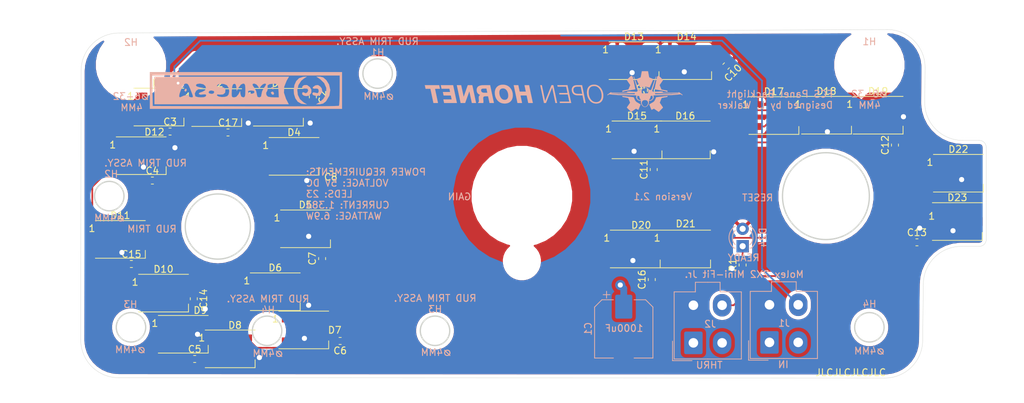
<source format=kicad_pcb>
(kicad_pcb (version 20171130) (host pcbnew "(5.1.12-1-10_14)")
  (layers (0 F.Cu signal) (31 B.Cu signal) (34 B.Paste user) (35 F.Paste user) (36 B.SilkS user) (37 F.SilkS user) (38 B.Mask user) (39 F.Mask user) (44 Edge.Cuts user))
  (net 0 "")
  (net 1 "Net-(D1-Pad2)")
  (net 2 "Net-(D2-Pad2)")
  (net 3 "Net-(D3-Pad2)")
  (net 4 "Net-(D4-Pad2)")
  (net 5 "Net-(D5-Pad2)")
  (net 6 "Net-(D6-Pad2)")
  (net 7 "Net-(D7-Pad2)")
  (net 8 "Net-(D8-Pad2)")
  (net 9 "Net-(D10-Pad4)")
  (net 10 "Net-(D10-Pad2)")
  (net 11 "Net-(D11-Pad2)")
  (net 12 "Net-(D12-Pad2)")
  (net 13 "Net-(D13-Pad2)")
  (net 14 "Net-(D14-Pad2)")
  (net 15 "Net-(D15-Pad2)")
  (net 16 "Net-(D16-Pad2)")
  (net 17 "Net-(D17-Pad2)")
  (net 18 "Net-(D18-Pad2)")
  (net 19 "Net-(D19-Pad2)")
  (net 20 "Net-(D20-Pad2)")
  (net 21 "Net-(D21-Pad2)")
  (net 22 "Net-(D22-Pad2)")
  (net 23 "Net-(D24-Pad1)")
  (net 24 /LEDGND)
  (net 25 /LED+5V)
  (net 26 /DATAIN)
  (net 27 /DATAOUT)
  (module OH_Backlighting:Molex_Mini-Fit_Jr_5566-04A_2x02_P4.20mm_Vertical (layer B.Cu) (at 172.424 92.2884)
    (fp_text reference J2 (at 2.455 -2.7534) (layer B.SilkS) (effects (justify mirror)))
    (fp_text value Conn_01x04_Female)
    (pad 4 thru_hole oval (at 4.2 -5.5) (size 2.7 3.3) (drill 1.4) (layers *.Cu *.Mask) (net 27 /DATAOUT))
    (pad 3 thru_hole oval (at 0 -5.5) (size 2.7 3.3) (drill 1.4) (layers *.Cu *.Mask) (net 24 /LEDGND))
    (pad 2 thru_hole oval (at 4.2 0) (size 2.7 3.3) (drill 1.4) (layers *.Cu *.Mask) (net 25 /LED+5V))
    (pad 1 thru_hole roundrect (at 0 0) (size 2.7 3.3) (drill 1.4) (layers *.Cu *.Mask) (roundrect_rratio 0.09259296296296296) (net 25 /LED+5V))
  )
  (module OH_Backlighting:Molex_Mini-Fit_Jr_5566-04A_2x02_P4.20mm_Vertical (layer B.Cu) (at 183.547 92.2172)
    (fp_text reference J1 (at 2.127 -2.8092) (layer B.SilkS) (effects (justify mirror)))
    (fp_text value Conn_01x04_Female)
    (pad 4 thru_hole oval (at 4.2 -5.5) (size 2.7 3.3) (drill 1.4) (layers *.Cu *.Mask) (net 26 /DATAIN))
    (pad 3 thru_hole oval (at 0 -5.5) (size 2.7 3.3) (drill 1.4) (layers *.Cu *.Mask) (net 24 /LEDGND))
    (pad 2 thru_hole oval (at 4.2 0) (size 2.7 3.3) (drill 1.4) (layers *.Cu *.Mask) (net 25 /LED+5V))
    (pad 1 thru_hole roundrect (at 0 0) (size 2.7 3.3) (drill 1.4) (layers *.Cu *.Mask) (roundrect_rratio 0.09259296296296296) (net 25 /LED+5V))
  )
  (module OH_Backlighting:OH_Panel_6-32_PHS (layer F.Cu) (at 198.150894 51.660146)
    (fp_text reference 2 hide)
    (fp_text value OH_Panel_Fastner_Keepout hide)
    (fp_text user 4MM (at 0.049106 5.889854 180) (layer B.SilkS) (effects (justify mirror)))
    (fp_text user H1 (at -0.000894 -3.410146) (layer B.SilkS) (effects (justify mirror)))
    (fp_text user ⌀6-32 (at -0.000894 4.239854) (layer B.SilkS) (effects (justify mirror)))
    (pad "" np_thru_hole circle (at 0 0) (size 4.3 4.3) (drill 4.3) (layers *.Cu *.Mask) (clearance 3))
  )
  (module OH_Backlighting:OH_Panel_6-32_PHS (layer F.Cu) (at 90.200894 51.660146)
    (fp_text reference 1 hide)
    (fp_text value OH_Panel_Fastner_Keepout hide)
    (fp_text user 4MM (at 0.099106 6.239854 180) (layer B.SilkS) (effects (justify mirror)))
    (fp_text user H2 (at -0.000894 -3.310146) (layer B.SilkS) (effects (justify mirror)))
    (fp_text user ⌀6-32 (at 0 4.589854) (layer B.SilkS) (effects (justify mirror)))
    (pad "" np_thru_hole circle (at 0 0) (size 4.3 4.3) (drill 4.3) (layers *.Cu *.Mask) (clearance 3))
  )
  (module OH_General:CC-BY-NC-SA-Small (layer B.Cu) (at 107.09148 55.38724 180)
    (fp_text reference G*** hide)
    (fp_text value LOGO hide)
  )
  (module OH_General:OH_LOGO_37.7mm_5.9mm (layer B.Cu) (at 152.0063 55.54472 180)
    (fp_text reference G*** hide)
    (fp_text value LOGO hide)
  )
  (module OH_Backlighting:100SPX_Toggle_13mm_x_18mm (layer F.Cu) (at 147.350894 70.837146)
    (fp_text reference 1 hide)
    (fp_text value 100SPX_Toggle_13mm_x_18mm hide)
    (pad "" np_thru_hole circle (at 0 0) (size 12.7 12.7) (drill 12.7) (layers *.Mask B.Cu) (clearance 3.65))
    (pad "" np_thru_hole circle (at 0 0) (size 12.7 12.7) (drill 12.7) (layers *.Mask F.Cu) (clearance 1))
    (pad "" np_thru_hole circle (at 0 9.525) (size 3.572 3.572) (drill 3.572) (layers *.Cu *.Mask) (clearance 1))
  )
  (module Resistor_SMD:R_0603_1608Metric (layer F.Cu) (at 179.621 80.9067 90)
    (fp_text reference R1 (at 0 -1.43 90) (layer F.SilkS))
    (fp_text value R)
    (pad 2 smd roundrect (at 0.7875 0 90) (size 0.875 0.95) (layers F.Cu F.Paste F.Mask) (net 23 "Net-(D24-Pad1)"))
    (pad 1 smd roundrect (at -0.7875 0 90) (size 0.875 0.95) (layers F.Cu F.Paste F.Mask) (net 24 /LEDGND))
  )
  (module Capacitor_SMD:C_0603_1608Metric (layer F.Cu) (at 104.386 61.529)
    (fp_text reference C17 (at 0 -1.43) (layer F.SilkS))
    (fp_text value C)
    (pad 2 smd roundrect (at 0.7875 0) (size 0.875 0.95) (layers F.Cu F.Paste F.Mask) (net 24 /LEDGND))
    (pad 1 smd roundrect (at -0.7875 0) (size 0.875 0.95) (layers F.Cu F.Paste F.Mask) (net 25 /LED+5V))
  )
  (module Capacitor_SMD:C_0603_1608Metric (layer F.Cu) (at 166.34 83.0352 90)
    (fp_text reference C16 (at 0 -1.43 90) (layer F.SilkS))
    (fp_text value C)
    (pad 2 smd roundrect (at 0.7875 0 90) (size 0.875 0.95) (layers F.Cu F.Paste F.Mask) (net 24 /LEDGND))
    (pad 1 smd roundrect (at -0.7875 0 90) (size 0.875 0.95) (layers F.Cu F.Paste F.Mask) (net 25 /LED+5V))
  )
  (module Capacitor_SMD:C_0603_1608Metric (layer F.Cu) (at 90.2588 80.7593)
    (fp_text reference C15 (at 0 -1.43) (layer F.SilkS))
    (fp_text value C)
    (pad 2 smd roundrect (at 0.7875 0) (size 0.875 0.95) (layers F.Cu F.Paste F.Mask) (net 24 /LEDGND))
    (pad 1 smd roundrect (at -0.7875 0) (size 0.875 0.95) (layers F.Cu F.Paste F.Mask) (net 25 /LED+5V))
  )
  (module Capacitor_SMD:C_0603_1608Metric (layer F.Cu) (at 99.3826 85.8445 270)
    (fp_text reference C14 (at 0 -1.43 90) (layer F.SilkS))
    (fp_text value C)
    (pad 2 smd roundrect (at 0.7875 0 270) (size 0.875 0.95) (layers F.Cu F.Paste F.Mask) (net 24 /LEDGND))
    (pad 1 smd roundrect (at -0.7875 0 270) (size 0.875 0.95) (layers F.Cu F.Paste F.Mask) (net 25 /LED+5V))
  )
  (module Capacitor_SMD:C_0603_1608Metric (layer F.Cu) (at 205.105 77.5868)
    (fp_text reference C13 (at 0 -1.43) (layer F.SilkS))
    (fp_text value C)
    (pad 2 smd roundrect (at 0.7875 0) (size 0.875 0.95) (layers F.Cu F.Paste F.Mask) (net 24 /LEDGND))
    (pad 1 smd roundrect (at -0.7875 0) (size 0.875 0.95) (layers F.Cu F.Paste F.Mask) (net 25 /LED+5V))
  )
  (module Capacitor_SMD:C_0603_1608Metric (layer F.Cu) (at 201.892 63.3731 90)
    (fp_text reference C12 (at 0 -1.43 90) (layer F.SilkS))
    (fp_text value C)
    (pad 2 smd roundrect (at 0.7875 0 90) (size 0.875 0.95) (layers F.Cu F.Paste F.Mask) (net 24 /LEDGND))
    (pad 1 smd roundrect (at -0.7875 0 90) (size 0.875 0.95) (layers F.Cu F.Paste F.Mask) (net 25 /LED+5V))
  )
  (module Capacitor_SMD:C_0603_1608Metric (layer F.Cu) (at 166.627 66.9518 90)
    (fp_text reference C11 (at 0 -1.43 90) (layer F.SilkS))
    (fp_text value C)
    (pad 2 smd roundrect (at 0.7875 0 90) (size 0.875 0.95) (layers F.Cu F.Paste F.Mask) (net 24 /LEDGND))
    (pad 1 smd roundrect (at -0.7875 0 90) (size 0.875 0.95) (layers F.Cu F.Paste F.Mask) (net 25 /LED+5V))
  )
  (module Capacitor_SMD:C_0603_1608Metric (layer F.Cu) (at 177.211 51.823 225)
    (fp_text reference C10 (at 0 -1.43 45) (layer F.SilkS))
    (fp_text value C)
    (pad 2 smd roundrect (at 0.7875 0 225) (size 0.875 0.95) (layers F.Cu F.Paste F.Mask) (net 24 /LEDGND))
    (pad 1 smd roundrect (at -0.7875 0 225) (size 0.875 0.95) (layers F.Cu F.Paste F.Mask) (net 25 /LED+5V))
  )
  (module Capacitor_SMD:C_0603_1608Metric (layer F.Cu) (at 166.202 55.3821 90)
    (fp_text reference C9 (at 0 -1.43 90) (layer F.SilkS))
    (fp_text value C)
    (pad 2 smd roundrect (at 0.7875 0 90) (size 0.875 0.95) (layers F.Cu F.Paste F.Mask) (net 24 /LEDGND))
    (pad 1 smd roundrect (at -0.7875 0 90) (size 0.875 0.95) (layers F.Cu F.Paste F.Mask) (net 25 /LED+5V))
  )
  (module Capacitor_SMD:C_0603_1608Metric (layer F.Cu) (at 119.408 66.6166 180)
    (fp_text reference C8 (at 0 -1.43) (layer F.SilkS))
    (fp_text value C)
    (pad 2 smd roundrect (at 0.7875 0 180) (size 0.875 0.95) (layers F.Cu F.Paste F.Mask) (net 24 /LEDGND))
    (pad 1 smd roundrect (at -0.7875 0 180) (size 0.875 0.95) (layers F.Cu F.Paste F.Mask) (net 25 /LED+5V))
  )
  (module Capacitor_SMD:C_0603_1608Metric (layer F.Cu) (at 118.148 79.9669 90)
    (fp_text reference C7 (at 0 -1.43 90) (layer F.SilkS))
    (fp_text value C)
    (pad 2 smd roundrect (at 0.7875 0 90) (size 0.875 0.95) (layers F.Cu F.Paste F.Mask) (net 24 /LEDGND))
    (pad 1 smd roundrect (at -0.7875 0 90) (size 0.875 0.95) (layers F.Cu F.Paste F.Mask) (net 25 /LED+5V))
  )
  (module Capacitor_SMD:C_0603_1608Metric (layer F.Cu) (at 120.78 92.0039 180)
    (fp_text reference C6 (at 0 -1.43) (layer F.SilkS))
    (fp_text value C)
    (pad 2 smd roundrect (at 0.7875 0 180) (size 0.875 0.95) (layers F.Cu F.Paste F.Mask) (net 24 /LEDGND))
    (pad 1 smd roundrect (at -0.7875 0 180) (size 0.875 0.95) (layers F.Cu F.Paste F.Mask) (net 25 /LED+5V))
  )
  (module Capacitor_SMD:C_0603_1608Metric (layer F.Cu) (at 99.5146 94.6429)
    (fp_text reference C5 (at 0 -1.43) (layer F.SilkS))
    (fp_text value C)
    (pad 2 smd roundrect (at 0.7875 0) (size 0.875 0.95) (layers F.Cu F.Paste F.Mask) (net 24 /LEDGND))
    (pad 1 smd roundrect (at -0.7875 0) (size 0.875 0.95) (layers F.Cu F.Paste F.Mask) (net 25 /LED+5V))
  )
  (module Capacitor_SMD:C_0603_1608Metric (layer F.Cu) (at 93.3297 68.5622)
    (fp_text reference C4 (at 0 -1.43) (layer F.SilkS))
    (fp_text value C)
    (pad 2 smd roundrect (at 0.7875 0) (size 0.875 0.95) (layers F.Cu F.Paste F.Mask) (net 24 /LEDGND))
    (pad 1 smd roundrect (at -0.7875 0) (size 0.875 0.95) (layers F.Cu F.Paste F.Mask) (net 25 /LED+5V))
  )
  (module Capacitor_SMD:C_0603_1608Metric (layer F.Cu) (at 95.9179 61.3969)
    (fp_text reference C3 (at 0 -1.43) (layer F.SilkS))
    (fp_text value C)
    (pad 2 smd roundrect (at 0.7875 0) (size 0.875 0.95) (layers F.Cu F.Paste F.Mask) (net 24 /LEDGND))
    (pad 1 smd roundrect (at -0.7875 0) (size 0.875 0.95) (layers F.Cu F.Paste F.Mask) (net 25 /LED+5V))
  )
  (module Capacitor_SMD:C_0603_1608Metric (layer F.Cu) (at 116.789 56.322 270)
    (fp_text reference C2 (at 0 -1.43 90) (layer F.SilkS))
    (fp_text value C)
    (pad 2 smd roundrect (at 0.7875 0 270) (size 0.875 0.95) (layers F.Cu F.Paste F.Mask) (net 24 /LEDGND))
    (pad 1 smd roundrect (at -0.7875 0 270) (size 0.875 0.95) (layers F.Cu F.Paste F.Mask) (net 25 /LED+5V))
  )
  (module LED_THT:LED_D3.0mm (layer B.Cu) (at 179.624 78.1558 90)
    (fp_text reference D24 (at 1.27 2.96 90) (layer B.SilkS) (effects (justify mirror)))
    (fp_text value LED)
    (pad 2 thru_hole circle (at 2.54 0 90) (size 1.8 1.8) (drill 0.9) (layers *.Cu *.Mask) (net 25 /LED+5V))
    (pad 1 thru_hole rect (at 0 0 90) (size 1.8 1.8) (drill 0.9) (layers *.Cu *.Mask) (net 23 "Net-(D24-Pad1)"))
  )
  (module LED_SMD:LED_WS2812B_PLCC4_5.0x5.0mm_P3.2mm (layer F.Cu) (at 211.012 74.5488)
    (fp_text reference D23 (at 0 -3.5) (layer F.SilkS))
    (fp_text value WS2812B)
    (fp_text user 1 (at -3.748 -0.7872) (layer F.SilkS))
    (pad 1 smd rect (at -2.45 -1.6) (size 1.5 1) (layers F.Cu F.Paste F.Mask) (net 25 /LED+5V))
    (pad 2 smd rect (at -2.45 1.6) (size 1.5 1) (layers F.Cu F.Paste F.Mask) (net 27 /DATAOUT))
    (pad 4 smd rect (at 2.45 -1.6) (size 1.5 1) (layers F.Cu F.Paste F.Mask) (net 22 "Net-(D22-Pad2)"))
    (pad 3 smd rect (at 2.45 1.6) (size 1.5 1) (layers F.Cu F.Paste F.Mask) (net 24 /LEDGND))
  )
  (module LED_SMD:LED_WS2812B_PLCC4_5.0x5.0mm_P3.2mm (layer F.Cu) (at 211.164 67.4876)
    (fp_text reference D22 (at 0 -3.5) (layer F.SilkS))
    (fp_text value WS2812B)
    (fp_text user 1 (at -4.15 -1.6) (layer F.SilkS))
    (pad 1 smd rect (at -2.45 -1.6) (size 1.5 1) (layers F.Cu F.Paste F.Mask) (net 25 /LED+5V))
    (pad 2 smd rect (at -2.45 1.6) (size 1.5 1) (layers F.Cu F.Paste F.Mask) (net 22 "Net-(D22-Pad2)"))
    (pad 4 smd rect (at 2.45 -1.6) (size 1.5 1) (layers F.Cu F.Paste F.Mask) (net 21 "Net-(D21-Pad2)"))
    (pad 3 smd rect (at 2.45 1.6) (size 1.5 1) (layers F.Cu F.Paste F.Mask) (net 24 /LEDGND))
  )
  (module LED_SMD:LED_WS2812B_PLCC4_5.0x5.0mm_P3.2mm (layer F.Cu) (at 171.286 78.562)
    (fp_text reference D21 (at 0.0116 -3.6828) (layer F.SilkS))
    (fp_text value WS2812B)
    (fp_text user 1 (at -4.15 -1.6) (layer F.SilkS))
    (pad 1 smd rect (at -2.45 -1.6) (size 1.5 1) (layers F.Cu F.Paste F.Mask) (net 25 /LED+5V))
    (pad 2 smd rect (at -2.45 1.6) (size 1.5 1) (layers F.Cu F.Paste F.Mask) (net 21 "Net-(D21-Pad2)"))
    (pad 4 smd rect (at 2.45 -1.6) (size 1.5 1) (layers F.Cu F.Paste F.Mask) (net 20 "Net-(D20-Pad2)"))
    (pad 3 smd rect (at 2.45 1.6) (size 1.5 1) (layers F.Cu F.Paste F.Mask) (net 24 /LEDGND))
  )
  (module LED_SMD:LED_WS2812B_PLCC4_5.0x5.0mm_P3.2mm (layer F.Cu) (at 163.92 78.5624)
    (fp_text reference D20 (at 0.8752 -3.48) (layer F.SilkS))
    (fp_text value WS2812B)
    (fp_text user 1 (at -4.15 -1.6) (layer F.SilkS))
    (pad 1 smd rect (at -2.45 -1.6) (size 1.5 1) (layers F.Cu F.Paste F.Mask) (net 25 /LED+5V))
    (pad 2 smd rect (at -2.45 1.6) (size 1.5 1) (layers F.Cu F.Paste F.Mask) (net 20 "Net-(D20-Pad2)"))
    (pad 4 smd rect (at 2.45 -1.6) (size 1.5 1) (layers F.Cu F.Paste F.Mask) (net 19 "Net-(D19-Pad2)"))
    (pad 3 smd rect (at 2.45 1.6) (size 1.5 1) (layers F.Cu F.Paste F.Mask) (net 24 /LEDGND))
  )
  (module LED_SMD:LED_WS2812B_PLCC4_5.0x5.0mm_P3.2mm (layer F.Cu) (at 199.429 59.004)
    (fp_text reference D19 (at 0 -3.5) (layer F.SilkS))
    (fp_text value WS2812B)
    (fp_text user 1 (at -4.15 -1.6) (layer F.SilkS))
    (pad 1 smd rect (at -2.45 -1.6) (size 1.5 1) (layers F.Cu F.Paste F.Mask) (net 25 /LED+5V))
    (pad 2 smd rect (at -2.45 1.6) (size 1.5 1) (layers F.Cu F.Paste F.Mask) (net 19 "Net-(D19-Pad2)"))
    (pad 4 smd rect (at 2.45 -1.6) (size 1.5 1) (layers F.Cu F.Paste F.Mask) (net 18 "Net-(D18-Pad2)"))
    (pad 3 smd rect (at 2.45 1.6) (size 1.5 1) (layers F.Cu F.Paste F.Mask) (net 24 /LEDGND))
  )
  (module LED_SMD:LED_WS2812B_PLCC4_5.0x5.0mm_P3.2mm (layer F.Cu) (at 191.883 59.004)
    (fp_text reference D18 (at 0 -3.5) (layer F.SilkS))
    (fp_text value WS2812B)
    (fp_text user 1 (at -4.15 -1.6) (layer F.SilkS))
    (pad 1 smd rect (at -2.45 -1.6) (size 1.5 1) (layers F.Cu F.Paste F.Mask) (net 25 /LED+5V))
    (pad 2 smd rect (at -2.45 1.6) (size 1.5 1) (layers F.Cu F.Paste F.Mask) (net 18 "Net-(D18-Pad2)"))
    (pad 4 smd rect (at 2.45 -1.6) (size 1.5 1) (layers F.Cu F.Paste F.Mask) (net 17 "Net-(D17-Pad2)"))
    (pad 3 smd rect (at 2.45 1.6) (size 1.5 1) (layers F.Cu F.Paste F.Mask) (net 24 /LEDGND))
  )
  (module LED_SMD:LED_WS2812B_PLCC4_5.0x5.0mm_P3.2mm (layer F.Cu) (at 184.189 59.0552)
    (fp_text reference D17 (at 0 -3.5) (layer F.SilkS))
    (fp_text value WS2812B)
    (fp_text user 1 (at -4.15 -1.6) (layer F.SilkS))
    (pad 1 smd rect (at -2.45 -1.6) (size 1.5 1) (layers F.Cu F.Paste F.Mask) (net 25 /LED+5V))
    (pad 2 smd rect (at -2.45 1.6) (size 1.5 1) (layers F.Cu F.Paste F.Mask) (net 17 "Net-(D17-Pad2)"))
    (pad 4 smd rect (at 2.45 -1.6) (size 1.5 1) (layers F.Cu F.Paste F.Mask) (net 16 "Net-(D16-Pad2)"))
    (pad 3 smd rect (at 2.45 1.6) (size 1.5 1) (layers F.Cu F.Paste F.Mask) (net 24 /LEDGND))
  )
  (module LED_SMD:LED_WS2812B_PLCC4_5.0x5.0mm_P3.2mm (layer F.Cu) (at 171.235 62.6112)
    (fp_text reference D16 (at 0 -3.5) (layer F.SilkS))
    (fp_text value WS2812B)
    (fp_text user 1 (at -4.15 -1.6) (layer F.SilkS))
    (pad 1 smd rect (at -2.45 -1.6) (size 1.5 1) (layers F.Cu F.Paste F.Mask) (net 25 /LED+5V))
    (pad 2 smd rect (at -2.45 1.6) (size 1.5 1) (layers F.Cu F.Paste F.Mask) (net 16 "Net-(D16-Pad2)"))
    (pad 4 smd rect (at 2.45 -1.6) (size 1.5 1) (layers F.Cu F.Paste F.Mask) (net 15 "Net-(D15-Pad2)"))
    (pad 3 smd rect (at 2.45 1.6) (size 1.5 1) (layers F.Cu F.Paste F.Mask) (net 24 /LEDGND))
  )
  (module LED_SMD:LED_WS2812B_PLCC4_5.0x5.0mm_P3.2mm (layer F.Cu) (at 164.174 62.6108)
    (fp_text reference D15 (at 0 -3.5) (layer F.SilkS))
    (fp_text value WS2812B)
    (fp_text user 1 (at -4.15 -1.6) (layer F.SilkS))
    (pad 1 smd rect (at -2.45 -1.6) (size 1.5 1) (layers F.Cu F.Paste F.Mask) (net 25 /LED+5V))
    (pad 2 smd rect (at -2.45 1.6) (size 1.5 1) (layers F.Cu F.Paste F.Mask) (net 15 "Net-(D15-Pad2)"))
    (pad 4 smd rect (at 2.45 -1.6) (size 1.5 1) (layers F.Cu F.Paste F.Mask) (net 14 "Net-(D14-Pad2)"))
    (pad 3 smd rect (at 2.45 1.6) (size 1.5 1) (layers F.Cu F.Paste F.Mask) (net 24 /LEDGND))
  )
  (module LED_SMD:LED_WS2812B_PLCC4_5.0x5.0mm_P3.2mm (layer F.Cu) (at 171.438 51.0288)
    (fp_text reference D14 (at 0 -3.5) (layer F.SilkS))
    (fp_text value WS2812B)
    (fp_text user 1 (at -4.15 -1.6) (layer F.SilkS))
    (pad 1 smd rect (at -2.45 -1.6) (size 1.5 1) (layers F.Cu F.Paste F.Mask) (net 25 /LED+5V))
    (pad 2 smd rect (at -2.45 1.6) (size 1.5 1) (layers F.Cu F.Paste F.Mask) (net 14 "Net-(D14-Pad2)"))
    (pad 4 smd rect (at 2.45 -1.6) (size 1.5 1) (layers F.Cu F.Paste F.Mask) (net 13 "Net-(D13-Pad2)"))
    (pad 3 smd rect (at 2.45 1.6) (size 1.5 1) (layers F.Cu F.Paste F.Mask) (net 24 /LEDGND))
  )
  (module LED_SMD:LED_WS2812B_PLCC4_5.0x5.0mm_P3.2mm (layer F.Cu) (at 163.74 51.0284)
    (fp_text reference D13 (at 0 -3.5) (layer F.SilkS))
    (fp_text value WS2812B)
    (fp_text user 1 (at -4.15 -1.6) (layer F.SilkS))
    (pad 1 smd rect (at -2.45 -1.6) (size 1.5 1) (layers F.Cu F.Paste F.Mask) (net 25 /LED+5V))
    (pad 2 smd rect (at -2.45 1.6) (size 1.5 1) (layers F.Cu F.Paste F.Mask) (net 13 "Net-(D13-Pad2)"))
    (pad 4 smd rect (at 2.45 -1.6) (size 1.5 1) (layers F.Cu F.Paste F.Mask) (net 12 "Net-(D12-Pad2)"))
    (pad 3 smd rect (at 2.45 1.6) (size 1.5 1) (layers F.Cu F.Paste F.Mask) (net 24 /LEDGND))
  )
  (module LED_SMD:LED_WS2812B_PLCC4_5.0x5.0mm_P3.2mm (layer F.Cu) (at 91.694 64.9224)
    (fp_text reference D12 (at 1.9304 -3.4544) (layer F.SilkS))
    (fp_text value WS2812B)
    (fp_text user 1 (at -4.1656 -1.5748) (layer F.SilkS))
    (pad 1 smd rect (at -2.45 -1.6) (size 1.5 1) (layers F.Cu F.Paste F.Mask) (net 25 /LED+5V))
    (pad 2 smd rect (at -2.45 1.6) (size 1.5 1) (layers F.Cu F.Paste F.Mask) (net 12 "Net-(D12-Pad2)"))
    (pad 4 smd rect (at 2.45 -1.6) (size 1.5 1) (layers F.Cu F.Paste F.Mask) (net 11 "Net-(D11-Pad2)"))
    (pad 3 smd rect (at 2.45 1.6) (size 1.5 1) (layers F.Cu F.Paste F.Mask) (net 24 /LEDGND))
  )
  (module LED_SMD:LED_WS2812B_PLCC4_5.0x5.0mm_P3.2mm (layer F.Cu) (at 88.646 77.1652)
    (fp_text reference D11 (at 0 -3.5) (layer F.SilkS))
    (fp_text value WS2812B)
    (fp_text user 1 (at -4.15 -1.6) (layer F.SilkS))
    (pad 1 smd rect (at -2.45 -1.6) (size 1.5 1) (layers F.Cu F.Paste F.Mask) (net 25 /LED+5V))
    (pad 2 smd rect (at -2.45 1.6) (size 1.5 1) (layers F.Cu F.Paste F.Mask) (net 11 "Net-(D11-Pad2)"))
    (pad 4 smd rect (at 2.45 -1.6) (size 1.5 1) (layers F.Cu F.Paste F.Mask) (net 10 "Net-(D10-Pad2)"))
    (pad 3 smd rect (at 2.45 1.6) (size 1.5 1) (layers F.Cu F.Paste F.Mask) (net 24 /LEDGND))
  )
  (module LED_SMD:LED_WS2812B_PLCC4_5.0x5.0mm_P3.2mm (layer F.Cu) (at 94.9568 85.0136)
    (fp_text reference D10 (at 0 -3.5) (layer F.SilkS))
    (fp_text value WS2812B)
    (fp_text user 1 (at -4.15 -1.6) (layer F.SilkS))
    (pad 1 smd rect (at -2.45 -1.6) (size 1.5 1) (layers F.Cu F.Paste F.Mask) (net 25 /LED+5V))
    (pad 2 smd rect (at -2.45 1.6) (size 1.5 1) (layers F.Cu F.Paste F.Mask) (net 10 "Net-(D10-Pad2)"))
    (pad 4 smd rect (at 2.45 -1.6) (size 1.5 1) (layers F.Cu F.Paste F.Mask) (net 9 "Net-(D10-Pad4)"))
    (pad 3 smd rect (at 2.45 1.6) (size 1.5 1) (layers F.Cu F.Paste F.Mask) (net 24 /LEDGND))
  )
  (module LED_SMD:LED_WS2812B_PLCC4_5.0x5.0mm_P3.2mm (layer F.Cu) (at 97.8408 91.0336)
    (fp_text reference D9 (at 2.4892 -3.5) (layer F.SilkS))
    (fp_text value WS2812B)
    (fp_text user 1 (at -4.15 -1.6) (layer F.SilkS))
    (pad 1 smd rect (at -2.45 -1.6) (size 1.5 1) (layers F.Cu F.Paste F.Mask) (net 25 /LED+5V))
    (pad 2 smd rect (at -2.45 1.6) (size 1.5 1) (layers F.Cu F.Paste F.Mask) (net 9 "Net-(D10-Pad4)"))
    (pad 4 smd rect (at 2.45 -1.6) (size 1.5 1) (layers F.Cu F.Paste F.Mask) (net 8 "Net-(D8-Pad2)"))
    (pad 3 smd rect (at 2.45 1.6) (size 1.5 1) (layers F.Cu F.Paste F.Mask) (net 24 /LEDGND))
  )
  (module LED_SMD:LED_WS2812B_PLCC4_5.0x5.0mm_P3.2mm (layer F.Cu) (at 104.699 93.1672)
    (fp_text reference D8 (at 0.711 -3.4544) (layer F.SilkS))
    (fp_text value WS2812B)
    (fp_text user 1 (at -4.15 -1.6) (layer F.SilkS))
    (pad 1 smd rect (at -2.45 -1.6) (size 1.5 1) (layers F.Cu F.Paste F.Mask) (net 25 /LED+5V))
    (pad 2 smd rect (at -2.45 1.6) (size 1.5 1) (layers F.Cu F.Paste F.Mask) (net 8 "Net-(D8-Pad2)"))
    (pad 4 smd rect (at 2.45 -1.6) (size 1.5 1) (layers F.Cu F.Paste F.Mask) (net 7 "Net-(D7-Pad2)"))
    (pad 3 smd rect (at 2.45 1.6) (size 1.5 1) (layers F.Cu F.Paste F.Mask) (net 24 /LEDGND))
  )
  (module LED_SMD:LED_WS2812B_PLCC4_5.0x5.0mm_P3.2mm (layer F.Cu) (at 115.457 90.3984)
    (fp_text reference D7 (at 4.5326 0.0256) (layer F.SilkS))
    (fp_text value WS2812B)
    (fp_text user 1 (at -4.15 -1.6) (layer F.SilkS))
    (pad 1 smd rect (at -2.45 -1.6) (size 1.5 1) (layers F.Cu F.Paste F.Mask) (net 25 /LED+5V))
    (pad 2 smd rect (at -2.45 1.6) (size 1.5 1) (layers F.Cu F.Paste F.Mask) (net 7 "Net-(D7-Pad2)"))
    (pad 4 smd rect (at 2.45 -1.6) (size 1.5 1) (layers F.Cu F.Paste F.Mask) (net 6 "Net-(D6-Pad2)"))
    (pad 3 smd rect (at 2.45 1.6) (size 1.5 1) (layers F.Cu F.Paste F.Mask) (net 24 /LEDGND))
  )
  (module LED_SMD:LED_WS2812B_PLCC4_5.0x5.0mm_P3.2mm (layer F.Cu) (at 111.291 84.8104)
    (fp_text reference D6 (at 0 -3.5) (layer F.SilkS))
    (fp_text value WS2812B)
    (fp_text user 1 (at -4.15 -1.6) (layer F.SilkS))
    (pad 1 smd rect (at -2.45 -1.6) (size 1.5 1) (layers F.Cu F.Paste F.Mask) (net 25 /LED+5V))
    (pad 2 smd rect (at -2.45 1.6) (size 1.5 1) (layers F.Cu F.Paste F.Mask) (net 6 "Net-(D6-Pad2)"))
    (pad 4 smd rect (at 2.45 -1.6) (size 1.5 1) (layers F.Cu F.Paste F.Mask) (net 5 "Net-(D5-Pad2)"))
    (pad 3 smd rect (at 2.45 1.6) (size 1.5 1) (layers F.Cu F.Paste F.Mask) (net 24 /LEDGND))
  )
  (module LED_SMD:LED_WS2812B_PLCC4_5.0x5.0mm_P3.2mm (layer F.Cu) (at 115.711 75.6156)
    (fp_text reference D5 (at 0 -3.5) (layer F.SilkS))
    (fp_text value WS2812B)
    (fp_text user 1 (at -4.15 -1.6) (layer F.SilkS))
    (pad 1 smd rect (at -2.45 -1.6) (size 1.5 1) (layers F.Cu F.Paste F.Mask) (net 25 /LED+5V))
    (pad 2 smd rect (at -2.45 1.6) (size 1.5 1) (layers F.Cu F.Paste F.Mask) (net 5 "Net-(D5-Pad2)"))
    (pad 4 smd rect (at 2.45 -1.6) (size 1.5 1) (layers F.Cu F.Paste F.Mask) (net 4 "Net-(D4-Pad2)"))
    (pad 3 smd rect (at 2.45 1.6) (size 1.5 1) (layers F.Cu F.Paste F.Mask) (net 24 /LEDGND))
  )
  (module LED_SMD:LED_WS2812B_PLCC4_5.0x5.0mm_P3.2mm (layer F.Cu) (at 114.046 65.024)
    (fp_text reference D4 (at 0 -3.5) (layer F.SilkS))
    (fp_text value WS2812B)
    (fp_text user 1 (at -4.15 -1.6) (layer F.SilkS))
    (pad 1 smd rect (at -2.45 -1.6) (size 1.5 1) (layers F.Cu F.Paste F.Mask) (net 25 /LED+5V))
    (pad 2 smd rect (at -2.45 1.6) (size 1.5 1) (layers F.Cu F.Paste F.Mask) (net 4 "Net-(D4-Pad2)"))
    (pad 4 smd rect (at 2.45 -1.6) (size 1.5 1) (layers F.Cu F.Paste F.Mask) (net 3 "Net-(D3-Pad2)"))
    (pad 3 smd rect (at 2.45 1.6) (size 1.5 1) (layers F.Cu F.Paste F.Mask) (net 24 /LEDGND))
  )
  (module LED_SMD:LED_WS2812B_PLCC4_5.0x5.0mm_P3.2mm (layer F.Cu) (at 111.748 57.8356)
    (fp_text reference D3 (at 0 -3.5) (layer F.SilkS))
    (fp_text value WS2812B)
    (fp_text user 1 (at -4.15 -1.6) (layer F.SilkS))
    (pad 1 smd rect (at -2.45 -1.6) (size 1.5 1) (layers F.Cu F.Paste F.Mask) (net 25 /LED+5V))
    (pad 2 smd rect (at -2.45 1.6) (size 1.5 1) (layers F.Cu F.Paste F.Mask) (net 3 "Net-(D3-Pad2)"))
    (pad 4 smd rect (at 2.45 -1.6) (size 1.5 1) (layers F.Cu F.Paste F.Mask) (net 2 "Net-(D2-Pad2)"))
    (pad 3 smd rect (at 2.45 1.6) (size 1.5 1) (layers F.Cu F.Paste F.Mask) (net 24 /LEDGND))
  )
  (module LED_SMD:LED_WS2812B_PLCC4_5.0x5.0mm_P3.2mm (layer F.Cu) (at 102.729 57.8864)
    (fp_text reference D2 (at 0 -3.5) (layer F.SilkS))
    (fp_text value WS2812B)
    (fp_text user 1 (at -4.15 -1.6) (layer F.SilkS))
    (pad 1 smd rect (at -2.45 -1.6) (size 1.5 1) (layers F.Cu F.Paste F.Mask) (net 25 /LED+5V))
    (pad 2 smd rect (at -2.45 1.6) (size 1.5 1) (layers F.Cu F.Paste F.Mask) (net 2 "Net-(D2-Pad2)"))
    (pad 4 smd rect (at 2.45 -1.6) (size 1.5 1) (layers F.Cu F.Paste F.Mask) (net 1 "Net-(D1-Pad2)"))
    (pad 3 smd rect (at 2.45 1.6) (size 1.5 1) (layers F.Cu F.Paste F.Mask) (net 24 /LEDGND))
  )
  (module LED_SMD:LED_WS2812B_PLCC4_5.0x5.0mm_P3.2mm (layer F.Cu) (at 94.2848 57.8104)
    (fp_text reference D1 (at 0 -3.5) (layer F.SilkS))
    (fp_text value WS2812B)
    (fp_text user 1 (at -4.15 -1.6) (layer F.SilkS))
    (pad 1 smd rect (at -2.45 -1.6) (size 1.5 1) (layers F.Cu F.Paste F.Mask) (net 25 /LED+5V))
    (pad 2 smd rect (at -2.45 1.6) (size 1.5 1) (layers F.Cu F.Paste F.Mask) (net 1 "Net-(D1-Pad2)"))
    (pad 4 smd rect (at 2.45 -1.6) (size 1.5 1) (layers F.Cu F.Paste F.Mask) (net 26 /DATAIN))
    (pad 3 smd rect (at 2.45 1.6) (size 1.5 1) (layers F.Cu F.Paste F.Mask) (net 24 /LEDGND))
  )
  (module Capacitor_SMD:CP_Elec_8x10 (layer B.Cu) (at 162.242 90.2474 270)
    (fp_text reference C1 (at 0 5.2 270) (layer B.SilkS) (effects (justify mirror)))
    (fp_text value C_Polarized)
    (pad 2 smd roundrect (at 3.25 0 270) (size 3.5 2.5) (layers B.Cu B.Paste B.Mask) (roundrect_rratio 0.1) (net 24 /LEDGND))
    (pad 1 smd roundrect (at -3.25 0 270) (size 3.5 2.5) (layers B.Cu B.Paste B.Mask) (roundrect_rratio 0.1) (net 25 /LED+5V))
  )
  (gr_text JLCJLCJLCJLC (at 195.43 96.62) (layer F.SilkS) (effects (font (size 1 1))))
  (gr_text 1000uF (at 162.29 90.16) (layer B.SilkS) (effects (font (size 1 1)) (justify mirror)))
  (gr_text READY (at 179.77104 79.83474) (layer B.SilkS) (effects (font (size 1 1)) (justify mirror)))
  (gr_text ⌀4MM (at 126.4412 56.2356) (layer B.SilkS) (effects (font (size 1 1)) (justify mirror)))
  (gr_text ⌀4MM (at 110.236 93.8276) (layer B.SilkS) (effects (font (size 1 1)) (justify mirror)))
  (gr_text ⌀4MM (at 134.8232 93.6752) (layer B.SilkS) (effects (font (size 1 1)) (justify mirror)))
  (gr_text ⌀4MM (at 87.0712 74.02576) (layer B.SilkS) (effects (font (size 1 1)) (justify mirror)))
  (gr_text "RUD TRIM ASSY.\nH4" (at 110.236 86.6648) (layer B.SilkS) (effects (font (size 1 1)) (justify mirror)))
  (gr_text "RUD TRIM ASSY.\nH3" (at 134.6708 86.5632) (layer B.SilkS) (effects (font (size 1 1)) (justify mirror)))
  (gr_text "RUD TRIM ASSY.\nH2" (at 86.2076 66.802) (layer B.SilkS) (effects (font (size 1 1)) (justify right mirror)))
  (gr_text "RUD TRIM ASSY.\nH1" (at 126.238 49.022) (layer B.SilkS) (effects (font (size 1 1)) (justify mirror)))
  (gr_line (start 206.2988 52.070231) (end 206.248 57.0992) (layer Edge.Cuts) (width 0.05))
  (gr_line (start 214.2236 62.6872) (end 211.7852 62.687431) (layer Edge.Cuts) (width 0.05))
  (gr_line (start 211.6328 78.1812) (end 214.2236 78.1812) (layer Edge.Cuts) (width 0.05))
  (gr_line (start 206.044569 83.7184) (end 205.943431 91.897199) (layer Edge.Cuts) (width 0.05))
  (gr_arc (start 200.405999 91.8972) (end 200.3552 97.434399) (angle -90.52563461) (layer Edge.Cuts) (width 0.05))
  (gr_arc (start 211.582001 83.718399) (end 211.6328 78.1812) (angle -90.52563461) (layer Edge.Cuts) (width 0.05))
  (gr_arc (start 211.785199 57.149999) (end 206.248 57.0992) (angle -90.52563461) (layer Edge.Cuts) (width 0.05))
  (gr_arc (start 200.761601 52.019432) (end 206.2988 52.070231) (angle -90.52563461) (layer Edge.Cuts) (width 0.05))
  (gr_arc (start 88.392 91.846399) (end 82.854801 91.7956) (angle -90.52563461) (layer Edge.Cuts) (width 0.05))
  (gr_arc (start 88.442801 52.5272) (end 88.4936 46.990001) (angle -90.52563461) (layer Edge.Cuts) (width 0.05))
  (gr_arc (start 214.2236 77.1652) (end 214.2236 78.1812) (angle -90) (layer Edge.Cuts) (width 0.05))
  (gr_line (start 215.2396 63.7032) (end 215.2396 77.1652) (layer Edge.Cuts) (width 0.05))
  (gr_arc (start 214.2236 63.7032) (end 215.2396 63.7032) (angle -90) (layer Edge.Cuts) (width 0.05))
  (gr_text ⌀4MM (at 90.1192 93.2688) (layer B.SilkS) (effects (font (size 1 1)) (justify mirror)))
  (gr_text ⌀4MM (at 198.1708 93.472) (layer B.SilkS) (effects (font (size 1 1)) (justify mirror)))
  (gr_text H4 (at 198.1708 86.614) (layer B.SilkS) (effects (font (size 1 1)) (justify mirror)))
  (gr_text H3 (at 90.1192 86.6648) (layer B.SilkS) (effects (font (size 1 1)) (justify mirror)))
  (gr_text "POWER REQUIREMENTS:\nVOLTAGE: 5V DC\nLEDS: 23\nCURRENT: 1.38A\nWATTAGE: 6.9W" (at 115.69446 70.53072) (layer B.SilkS) (effects (font (size 1 1)) (justify right mirror)))
  (gr_text "RUD TRIM" (at 93.2688 75.6412) (layer B.SilkS) (effects (font (size 1 1)) (justify mirror)))
  (gr_text GAIN (at 138.2268 70.9168) (layer B.SilkS) (effects (font (size 1 1)) (justify mirror)))
  (gr_text RESET (at 181.8132 71.0692) (layer B.SilkS) (effects (font (size 1 1)) (justify mirror)))
  (gr_text "Version 2.1" (at 167.9448 70.9168) (layer B.SilkS) (effects (font (size 1 1)) (justify mirror)))
  (gr_text "FCS Panel Backlight\nDesigned by L. Walker" (at 192.91808 56.72328) (layer B.SilkS) (effects (font (size 1 1)) (justify left mirror)))
  (gr_text "Molex 2X2 Mini-Fit Jr." (at 179.8574 82.2706) (layer B.SilkS) (effects (font (size 1 1)) (justify mirror)))
  (gr_text THRU (at 174.74692 95.5421) (layer B.SilkS) (effects (font (size 1 1)) (justify mirror)))
  (gr_text IN (at 185.56986 95.45828) (layer B.SilkS) (effects (font (size 1 1)) (justify mirror)))
  (gr_line (start 88.392001 97.383831) (end 200.3552 97.434399) (layer Edge.Cuts) (width 0.05))
  (gr_line (start 82.905369 52.527201) (end 82.854801 91.7956) (layer Edge.Cuts) (width 0.05))
  (gr_line (start 200.7616 46.482) (end 88.4936 46.990001) (layer Edge.Cuts) (width 0.05))
  (gr_circle (center 126.258881 52.91886) (end 128.411531 52.91886) (layer Edge.Cuts) (width 0.2))
  (gr_circle (center 102.900894 75.282146) (end 107.663394 75.282146) (layer Edge.Cuts) (width 0.2))
  (gr_circle (center 134.650894 90.522146) (end 136.803543 90.522146) (layer Edge.Cuts) (width 0.2))
  (gr_circle (center 90.200894 90.014146) (end 92.353544 90.014146) (layer Edge.Cuts) (width 0.2))
  (gr_circle (center 198.150894 90.014146) (end 200.303543 90.014146) (layer Edge.Cuts) (width 0.2))
  (gr_circle (center 191.800894 70.837146) (end 198.150893 70.837146) (layer Edge.Cuts) (width 0.2))
  (gr_circle (center 110.100894 90.522146) (end 112.253544 90.522146) (layer Edge.Cuts) (width 0.2))
  (gr_circle (center 87.025894 70.832146) (end 89.178543 70.832146) (layer Edge.Cuts) (width 0.2))
  (segment (start 105.179 56.2864) (end 104.1037 56.2864) (width 0.25) (layer F.Cu) (net 1))
  (segment (start 91.8348 59.4104) (end 92.9101 59.4104) (width 0.25) (layer F.Cu) (net 1))
  (segment (start 92.9101 59.4104) (end 95.2088 57.1117) (width 0.25) (layer F.Cu) (net 1))
  (segment (start 95.2088 57.1117) (end 103.2784 57.1117) (width 0.25) (layer F.Cu) (net 1))
  (segment (start 103.2784 57.1117) (end 104.1037 56.2864) (width 0.25) (layer F.Cu) (net 1))
  (segment (start 114.198 56.2356) (end 113.1227 56.2356) (width 0.25) (layer F.Cu) (net 2))
  (segment (start 100.279 59.4864) (end 101.3543 59.4864) (width 0.25) (layer F.Cu) (net 2))
  (segment (start 101.3543 59.4864) (end 102.9482 57.8925) (width 0.25) (layer F.Cu) (net 2))
  (segment (start 102.9482 57.8925) (end 111.4658 57.8925) (width 0.25) (layer F.Cu) (net 2))
  (segment (start 111.4658 57.8925) (end 113.1227 56.2356) (width 0.25) (layer F.Cu) (net 2))
  (segment (start 109.298 59.4356) (end 110.3733 59.4356) (width 0.25) (layer F.Cu) (net 3))
  (segment (start 110.3733 59.4356) (end 114.3617 63.424) (width 0.25) (layer F.Cu) (net 3))
  (segment (start 114.3617 63.424) (end 116.496 63.424) (width 0.25) (layer F.Cu) (net 3))
  (segment (start 111.596 67.4506) (end 118.161 74.0156) (width 0.25) (layer F.Cu) (net 4))
  (segment (start 111.596 66.624) (end 111.596 67.4506) (width 0.25) (layer F.Cu) (net 4))
  (segment (start 113.741 77.6956) (end 113.261 77.2156) (width 0.25) (layer F.Cu) (net 5))
  (segment (start 113.741 83.2104) (end 113.741 77.6956) (width 0.25) (layer F.Cu) (net 5))
  (segment (start 117.907 88.7984) (end 116.8317 88.7984) (width 0.25) (layer F.Cu) (net 6))
  (segment (start 108.841 86.4104) (end 109.9163 86.4104) (width 0.25) (layer F.Cu) (net 6))
  (segment (start 109.9163 86.4104) (end 111.479 87.9731) (width 0.25) (layer F.Cu) (net 6))
  (segment (start 111.479 87.9731) (end 116.0064 87.9731) (width 0.25) (layer F.Cu) (net 6))
  (segment (start 116.0064 87.9731) (end 116.8317 88.7984) (width 0.25) (layer F.Cu) (net 6))
  (segment (start 113.007 91.9984) (end 112.0006 93.0048) (width 0.25) (layer F.Cu) (net 7))
  (segment (start 112.0006 93.0048) (end 108.5866 93.0048) (width 0.25) (layer F.Cu) (net 7))
  (segment (start 108.5866 93.0048) (end 107.149 91.5672) (width 0.25) (layer F.Cu) (net 7))
  (segment (start 102.249 94.7672) (end 103.3243 94.7672) (width 0.25) (layer F.Cu) (net 8))
  (segment (start 103.3243 94.7672) (end 103.3243 90.8623) (width 0.25) (layer F.Cu) (net 8))
  (segment (start 103.3243 90.8623) (end 101.8956 89.4336) (width 0.25) (layer F.Cu) (net 8))
  (segment (start 101.8956 89.4336) (end 100.2908 89.4336) (width 0.25) (layer F.Cu) (net 8))
  (segment (start 94.315799 86.504601) (end 97.4068 83.4136) (width 0.25) (layer F.Cu) (net 9))
  (segment (start 94.315799 91.558599) (end 94.315799 86.504601) (width 0.25) (layer F.Cu) (net 9))
  (segment (start 95.3908 92.6336) (end 94.315799 91.558599) (width 0.25) (layer F.Cu) (net 9))
  (segment (start 92.171001 76.640201) (end 91.096 75.5652) (width 0.25) (layer F.Cu) (net 10))
  (segment (start 92.171001 80.878593) (end 92.171001 76.640201) (width 0.25) (layer F.Cu) (net 10))
  (segment (start 91.431799 81.617795) (end 92.171001 80.878593) (width 0.25) (layer F.Cu) (net 10))
  (segment (start 91.431799 85.538599) (end 91.431799 81.617795) (width 0.25) (layer F.Cu) (net 10))
  (segment (start 92.5068 86.6136) (end 91.431799 85.538599) (width 0.25) (layer F.Cu) (net 10))
  (segment (start 94.144 63.3224) (end 93.0687 63.3224) (width 0.25) (layer F.Cu) (net 11))
  (segment (start 86.196 78.7652) (end 85.1207 78.7652) (width 0.25) (layer F.Cu) (net 11))
  (segment (start 85.1207 78.7652) (end 84.5444 78.1889) (width 0.25) (layer F.Cu) (net 11))
  (segment (start 84.5444 78.1889) (end 84.5444 69.4758) (width 0.25) (layer F.Cu) (net 11))
  (segment (start 84.5444 69.4758) (end 89.8725 64.1477) (width 0.25) (layer F.Cu) (net 11))
  (segment (start 89.8725 64.1477) (end 92.2434 64.1477) (width 0.25) (layer F.Cu) (net 11))
  (segment (start 92.2434 64.1477) (end 93.0687 63.3224) (width 0.25) (layer F.Cu) (net 11))
  (segment (start 166.19 49.4284) (end 165.1147 49.4284) (width 0.25) (layer F.Cu) (net 12))
  (segment (start 89.244 66.5224) (end 90.3193 66.5224) (width 0.25) (layer F.Cu) (net 12))
  (segment (start 90.3193 66.5224) (end 91.3268 65.5149) (width 0.25) (layer F.Cu) (net 12))
  (segment (start 91.3268 65.5149) (end 93.7385 65.5149) (width 0.25) (layer F.Cu) (net 12))
  (segment (start 93.7385 65.5149) (end 95.2518 64.0016) (width 0.25) (layer F.Cu) (net 12))
  (segment (start 95.2518 64.0016) (end 95.2518 62.6804) (width 0.25) (layer F.Cu) (net 12))
  (segment (start 95.2518 62.6804) (end 95.0684 62.497) (width 0.25) (layer F.Cu) (net 12))
  (segment (start 95.0684 62.497) (end 93.1787 62.497) (width 0.25) (layer F.Cu) (net 12))
  (segment (start 93.1787 62.497) (end 90.7594 60.0777) (width 0.25) (layer F.Cu) (net 12))
  (segment (start 90.7594 60.0777) (end 90.7594 58.7757) (width 0.25) (layer F.Cu) (net 12))
  (segment (start 90.7594 58.7757) (end 90.9501 58.585) (width 0.25) (layer F.Cu) (net 12))
  (segment (start 90.9501 58.585) (end 91.1973 58.585) (width 0.25) (layer F.Cu) (net 12))
  (segment (start 91.1973 58.585) (end 99.5286 50.2537) (width 0.25) (layer F.Cu) (net 12))
  (segment (start 99.5286 50.2537) (end 164.2894 50.2537) (width 0.25) (layer F.Cu) (net 12))
  (segment (start 164.2894 50.2537) (end 165.1147 49.4284) (width 0.25) (layer F.Cu) (net 12))
  (segment (start 172.8127 49.4288) (end 173.888 49.4288) (width 0.25) (layer F.Cu) (net 13))
  (segment (start 170.6871 51.5544) (end 172.8127 49.4288) (width 0.25) (layer F.Cu) (net 13))
  (segment (start 163.106298 51.5544) (end 170.6871 51.5544) (width 0.25) (layer F.Cu) (net 13))
  (segment (start 162.032298 52.6284) (end 163.106298 51.5544) (width 0.25) (layer F.Cu) (net 13))
  (segment (start 161.29 52.6284) (end 162.032298 52.6284) (width 0.25) (layer F.Cu) (net 13))
  (segment (start 168.988 58.6468) (end 168.988 52.6288) (width 0.25) (layer F.Cu) (net 14))
  (segment (start 166.624 61.0108) (end 168.988 58.6468) (width 0.25) (layer F.Cu) (net 14))
  (segment (start 162.226098 64.2108) (end 161.724 64.2108) (width 0.25) (layer F.Cu) (net 15))
  (segment (start 163.233799 63.203099) (end 162.226098 64.2108) (width 0.25) (layer F.Cu) (net 15))
  (segment (start 170.231991 63.203099) (end 163.233799 63.203099) (width 0.25) (layer F.Cu) (net 15))
  (segment (start 173.685 61.519) (end 171.91609 61.519) (width 0.25) (layer F.Cu) (net 15))
  (segment (start 171.91609 61.519) (end 170.231991 63.203099) (width 0.25) (layer F.Cu) (net 15))
  (segment (start 173.685 61.0112) (end 173.685 61.519) (width 0.25) (layer F.Cu) (net 15))
  (segment (start 186.639 57.4552) (end 185.5637 57.4552) (width 0.25) (layer F.Cu) (net 16))
  (segment (start 168.785 64.2112) (end 169.8603 64.2112) (width 0.25) (layer F.Cu) (net 16))
  (segment (start 169.8603 64.2112) (end 170.7897 63.2818) (width 0.25) (layer F.Cu) (net 16))
  (segment (start 170.7897 63.2818) (end 175.126 63.2818) (width 0.25) (layer F.Cu) (net 16))
  (segment (start 175.126 63.2818) (end 180.1273 58.2805) (width 0.25) (layer F.Cu) (net 16))
  (segment (start 180.1273 58.2805) (end 184.7384 58.2805) (width 0.25) (layer F.Cu) (net 16))
  (segment (start 184.7384 58.2805) (end 185.5637 57.4552) (width 0.25) (layer F.Cu) (net 16))
  (segment (start 193.2577 57.404) (end 190.8831 59.7786) (width 0.25) (layer F.Cu) (net 17))
  (segment (start 190.8831 59.7786) (end 183.6909 59.7786) (width 0.25) (layer F.Cu) (net 17))
  (segment (start 183.6909 59.7786) (end 182.8143 60.6552) (width 0.25) (layer F.Cu) (net 17))
  (segment (start 194.333 57.404) (end 193.2577 57.404) (width 0.25) (layer F.Cu) (net 17))
  (segment (start 181.739 60.6552) (end 182.8143 60.6552) (width 0.25) (layer F.Cu) (net 17))
  (segment (start 201.879 57.404) (end 200.8037 57.404) (width 0.25) (layer F.Cu) (net 18))
  (segment (start 189.433 60.604) (end 190.9797 60.604) (width 0.25) (layer F.Cu) (net 18))
  (segment (start 190.9797 60.604) (end 193.3544 58.2293) (width 0.25) (layer F.Cu) (net 18))
  (segment (start 193.3544 58.2293) (end 199.9784 58.2293) (width 0.25) (layer F.Cu) (net 18))
  (segment (start 199.9784 58.2293) (end 200.8037 57.404) (width 0.25) (layer F.Cu) (net 18))
  (segment (start 166.37 76.9624) (end 167.4453 76.9624) (width 0.25) (layer F.Cu) (net 19))
  (segment (start 196.979 60.604) (end 195.9037 60.604) (width 0.25) (layer F.Cu) (net 19))
  (segment (start 195.9037 60.604) (end 195.9037 60.8103) (width 0.25) (layer F.Cu) (net 19))
  (segment (start 195.9037 60.8103) (end 193.7301 62.9839) (width 0.25) (layer F.Cu) (net 19))
  (segment (start 193.7301 62.9839) (end 181.0112 62.9839) (width 0.25) (layer F.Cu) (net 19))
  (segment (start 181.0112 62.9839) (end 167.4453 76.5498) (width 0.25) (layer F.Cu) (net 19))
  (segment (start 167.4453 76.5498) (end 167.4453 76.9624) (width 0.25) (layer F.Cu) (net 19))
  (segment (start 173.736 76.962) (end 172.6607 76.962) (width 0.25) (layer F.Cu) (net 20))
  (segment (start 161.47 80.1624) (end 163.344 78.2884) (width 0.25) (layer F.Cu) (net 20))
  (segment (start 163.344 78.2884) (end 171.3343 78.2884) (width 0.25) (layer F.Cu) (net 20))
  (segment (start 171.3343 78.2884) (end 172.6607 76.962) (width 0.25) (layer F.Cu) (net 20))
  (segment (start 211.36561 66.71261) (end 211.3659 66.7129) (width 0.25) (layer F.Cu) (net 21))
  (segment (start 212.5387 65.8876) (end 213.614 65.8876) (width 0.25) (layer F.Cu) (net 21))
  (segment (start 196.088 79.248) (end 208.62339 66.71261) (width 0.25) (layer F.Cu) (net 21))
  (segment (start 208.62339 66.71261) (end 211.36561 66.71261) (width 0.25) (layer F.Cu) (net 21))
  (segment (start 186.182 79.248) (end 196.088 79.248) (width 0.25) (layer F.Cu) (net 21))
  (segment (start 211.7134 66.7129) (end 212.5387 65.8876) (width 0.25) (layer F.Cu) (net 21))
  (segment (start 183.8645 76.9305) (end 186.182 79.248) (width 0.25) (layer F.Cu) (net 21))
  (segment (start 176.6049 76.9305) (end 183.8645 76.9305) (width 0.25) (layer F.Cu) (net 21))
  (segment (start 170.7366 79.3367) (end 174.1987 79.3367) (width 0.25) (layer F.Cu) (net 21))
  (segment (start 174.1987 79.3367) (end 176.6049 76.9305) (width 0.25) (layer F.Cu) (net 21))
  (segment (start 169.9113 80.162) (end 170.7366 79.3367) (width 0.25) (layer F.Cu) (net 21))
  (segment (start 211.3659 66.7129) (end 211.7134 66.7129) (width 0.25) (layer F.Cu) (net 21))
  (segment (start 168.836 80.162) (end 169.9113 80.162) (width 0.25) (layer F.Cu) (net 21))
  (segment (start 209.6008 69.0876) (end 213.462 72.9488) (width 0.25) (layer F.Cu) (net 22))
  (segment (start 208.714 69.0876) (end 209.6008 69.0876) (width 0.25) (layer F.Cu) (net 22))
  (segment (start 179.624 78.1558) (end 179.624 79.3811) (width 0.25) (layer F.Cu) (net 23))
  (segment (start 179.624 79.3811) (end 179.621 79.3841) (width 0.25) (layer F.Cu) (net 23))
  (segment (start 179.621 79.3841) (end 179.621 80.1192) (width 0.25) (layer F.Cu) (net 23))
  (segment (start 213.462 76.1488) (end 212.0117 76.1488) (width 1) (layer F.Cu) (net 24))
  (segment (start 210.3768 75.893) (end 211.7559 75.893) (width 1) (layer F.Cu) (net 24))
  (segment (start 211.7559 75.893) (end 212.0117 76.1488) (width 1) (layer F.Cu) (net 24))
  (segment (start 113.741 86.4104) (end 115.1913 86.4104) (width 1) (layer F.Cu) (net 24))
  (segment (start 116.1711 86.789) (end 115.5699 86.789) (width 1) (layer F.Cu) (net 24))
  (segment (start 115.5699 86.789) (end 115.1913 86.4104) (width 1) (layer F.Cu) (net 24))
  (segment (start 99.9261 91.0336) (end 100.1085 91.216) (width 1) (layer F.Cu) (net 24))
  (segment (start 100.1085 91.216) (end 100.1085 92.6336) (width 1) (layer F.Cu) (net 24))
  (segment (start 90.61 78.7652) (end 91.0463 79.2015) (width 1) (layer F.Cu) (net 24))
  (segment (start 91.0463 79.2015) (end 91.0463 80.7593) (width 1) (layer F.Cu) (net 24))
  (segment (start 91.096 78.7652) (end 90.61 78.7652) (width 1) (layer F.Cu) (net 24))
  (segment (start 90.5529 78.7652) (end 90.61 78.7652) (width 1) (layer F.Cu) (net 24))
  (segment (start 90.5529 78.7652) (end 89.6457 78.7652) (width 1) (layer F.Cu) (net 24))
  (segment (start 88.8712 79.0719) (end 89.339 79.0719) (width 1) (layer F.Cu) (net 24))
  (segment (start 89.339 79.0719) (end 89.6457 78.7652) (width 1) (layer F.Cu) (net 24))
  (segment (start 213.614 69.0876) (end 212.1637 69.0876) (width 1) (layer F.Cu) (net 24))
  (segment (start 211.64 68.4143) (end 212.1637 68.938) (width 1) (layer F.Cu) (net 24))
  (segment (start 212.1637 68.938) (end 212.1637 69.0876) (width 1) (layer F.Cu) (net 24))
  (segment (start 202.6042 60.604) (end 201.892 61.3162) (width 1) (layer F.Cu) (net 24))
  (segment (start 201.892 61.3162) (end 201.892 62.5856) (width 1) (layer F.Cu) (net 24))
  (segment (start 202.6042 60.604) (end 203.3293 60.604) (width 1) (layer F.Cu) (net 24))
  (segment (start 201.879 60.604) (end 202.6042 60.604) (width 1) (layer F.Cu) (net 24))
  (segment (start 203.1357 59.2291) (end 203.3293 59.4227) (width 1) (layer F.Cu) (net 24))
  (segment (start 203.3293 59.4227) (end 203.3293 60.604) (width 1) (layer F.Cu) (net 24))
  (segment (start 178.0721 81.4135) (end 179.3403 81.4135) (width 1) (layer F.Cu) (net 24))
  (segment (start 179.3403 81.4135) (end 179.621 81.6942) (width 1) (layer F.Cu) (net 24))
  (segment (start 175.1863 80.162) (end 176.4378 81.4135) (width 1) (layer F.Cu) (net 24))
  (segment (start 176.4378 81.4135) (end 178.0721 81.4135) (width 1) (layer F.Cu) (net 24))
  (segment (start 165.6449 80.1624) (end 164.9197 80.1624) (width 1) (layer F.Cu) (net 24))
  (segment (start 165.8546 64.2781) (end 165.8546 65.3919) (width 1) (layer F.Cu) (net 24))
  (segment (start 165.8546 65.3919) (end 166.627 66.1643) (width 1) (layer F.Cu) (net 24))
  (segment (start 165.8989 64.2108) (end 165.8546 64.2551) (width 1) (layer F.Cu) (net 24))
  (segment (start 165.8546 64.2551) (end 165.8546 64.2781) (width 1) (layer F.Cu) (net 24))
  (segment (start 163.7498 64.2781) (end 165.8546 64.2781) (width 1) (layer F.Cu) (net 24))
  (segment (start 163.5802 80.2513) (end 164.8308 80.2513) (width 1) (layer F.Cu) (net 24))
  (segment (start 164.8308 80.2513) (end 164.9197 80.1624) (width 1) (layer F.Cu) (net 24))
  (segment (start 118.161 77.2156) (end 116.7107 77.2156) (width 1) (layer F.Cu) (net 24))
  (segment (start 116.1762 76.7139) (end 116.209 76.7139) (width 1) (layer F.Cu) (net 24))
  (segment (start 116.209 76.7139) (end 116.7107 77.2156) (width 1) (layer F.Cu) (net 24))
  (segment (start 116.3996 60.1538) (end 116.3665 60.1538) (width 1) (layer F.Cu) (net 24))
  (segment (start 116.3665 60.1538) (end 115.6483 59.4356) (width 1) (layer F.Cu) (net 24))
  (segment (start 114.198 59.4356) (end 115.6483 59.4356) (width 1) (layer F.Cu) (net 24))
  (segment (start 116.789 57.1095) (end 115.6483 58.2502) (width 1) (layer F.Cu) (net 24))
  (segment (start 115.6483 58.2502) (end 115.6483 59.4356) (width 1) (layer F.Cu) (net 24))
  (segment (start 105.179 59.4864) (end 106.6293 59.4864) (width 1) (layer F.Cu) (net 24))
  (segment (start 107.3502 60.1538) (end 107.2967 60.1538) (width 1) (layer F.Cu) (net 24))
  (segment (start 107.2967 60.1538) (end 106.6293 59.4864) (width 1) (layer F.Cu) (net 24))
  (segment (start 105.1735 61.529) (end 105.179 61.5235) (width 1) (layer F.Cu) (net 24))
  (segment (start 105.179 61.5235) (end 105.179 59.4864) (width 1) (layer F.Cu) (net 24))
  (segment (start 100.1085 92.6336) (end 100.3021 92.8272) (width 1) (layer F.Cu) (net 24))
  (segment (start 100.3021 92.8272) (end 100.3021 94.6429) (width 1) (layer F.Cu) (net 24))
  (segment (start 100.2908 92.6336) (end 100.1085 92.6336) (width 1) (layer F.Cu) (net 24))
  (segment (start 96.6236 63.7556) (end 96.7054 63.6738) (width 1) (layer F.Cu) (net 24))
  (segment (start 96.7054 63.6738) (end 96.7054 61.3969) (width 1) (layer F.Cu) (net 24))
  (segment (start 93.6809 66.5224) (end 94.1172 66.9587) (width 1) (layer F.Cu) (net 24))
  (segment (start 94.1172 66.9587) (end 94.1172 68.5622) (width 1) (layer F.Cu) (net 24))
  (segment (start 94.144 66.5224) (end 93.6809 66.5224) (width 1) (layer F.Cu) (net 24))
  (segment (start 93.6123 66.5224) (end 93.6809 66.5224) (width 1) (layer F.Cu) (net 24))
  (segment (start 93.6123 66.5224) (end 92.6937 66.5224) (width 1) (layer F.Cu) (net 24))
  (segment (start 92.0251 66.5903) (end 92.6258 66.5903) (width 1) (layer F.Cu) (net 24))
  (segment (start 92.6258 66.5903) (end 92.6937 66.5224) (width 1) (layer F.Cu) (net 24))
  (segment (start 173.736 80.162) (end 175.1863 80.162) (width 1) (layer F.Cu) (net 24))
  (segment (start 205.5021 75.5183) (end 205.8925 75.9087) (width 1) (layer F.Cu) (net 24))
  (segment (start 205.8925 75.9087) (end 205.8925 77.5868) (width 1) (layer F.Cu) (net 24))
  (segment (start 192.0154 61.4251) (end 191.6361 61.8044) (width 1) (layer F.Cu) (net 24))
  (segment (start 191.6361 61.8044) (end 187.7882 61.8044) (width 1) (layer F.Cu) (net 24))
  (segment (start 187.7882 61.8044) (end 186.639 60.6552) (width 1) (layer F.Cu) (net 24))
  (segment (start 192.0154 61.4251) (end 192.0616 61.4251) (width 1) (layer F.Cu) (net 24))
  (segment (start 192.0616 61.4251) (end 192.8827 60.604) (width 1) (layer F.Cu) (net 24))
  (segment (start 173.685 64.2112) (end 175.1353 64.2112) (width 1) (layer F.Cu) (net 24))
  (segment (start 175.3901 64.3572) (end 175.2813 64.3572) (width 1) (layer F.Cu) (net 24))
  (segment (start 175.2813 64.3572) (end 175.1353 64.2112) (width 1) (layer F.Cu) (net 24))
  (segment (start 165.6449 80.1624) (end 166.34 80.8575) (width 1) (layer F.Cu) (net 24))
  (segment (start 166.34 80.8575) (end 166.34 82.2477) (width 1) (layer F.Cu) (net 24))
  (segment (start 166.37 80.1624) (end 165.6449 80.1624) (width 1) (layer F.Cu) (net 24))
  (segment (start 166.624 64.2108) (end 165.8989 64.2108) (width 1) (layer F.Cu) (net 24))
  (segment (start 166.19 52.6284) (end 164.7397 52.6284) (width 1) (layer F.Cu) (net 24))
  (segment (start 163.4656 52.7861) (end 164.582 52.7861) (width 1) (layer F.Cu) (net 24))
  (segment (start 164.582 52.7861) (end 164.7397 52.6284) (width 1) (layer F.Cu) (net 24))
  (segment (start 107.149 94.7672) (end 108.5993 94.7672) (width 1) (layer F.Cu) (net 24))
  (segment (start 108.9755 94.4334) (end 108.9331 94.4334) (width 1) (layer F.Cu) (net 24))
  (segment (start 108.9331 94.4334) (end 108.5993 94.7672) (width 1) (layer F.Cu) (net 24))
  (segment (start 194.333 60.604) (end 192.8827 60.604) (width 1) (layer F.Cu) (net 24))
  (segment (start 101.0556 87.3318) (end 100.0824 87.3318) (width 1) (layer F.Cu) (net 24))
  (segment (start 100.0824 87.3318) (end 99.3826 86.632) (width 1) (layer F.Cu) (net 24))
  (segment (start 173.888 52.6288) (end 172.4377 52.6288) (width 1) (layer F.Cu) (net 24))
  (segment (start 171.0918 52.6636) (end 172.4029 52.6636) (width 1) (layer F.Cu) (net 24))
  (segment (start 172.4029 52.6636) (end 172.4377 52.6288) (width 1) (layer F.Cu) (net 24))
  (segment (start 166.19 52.6284) (end 166.19 54.5826) (width 1) (layer F.Cu) (net 24))
  (segment (start 166.19 54.5826) (end 166.202 54.5946) (width 1) (layer F.Cu) (net 24))
  (segment (start 117.907 91.9984) (end 116.4567 91.9984) (width 1) (layer F.Cu) (net 24))
  (segment (start 115.5543 91.6322) (end 116.0905 91.6322) (width 1) (layer F.Cu) (net 24))
  (segment (start 116.0905 91.6322) (end 116.4567 91.9984) (width 1) (layer F.Cu) (net 24))
  (segment (start 173.888 52.6288) (end 175.3383 52.6288) (width 1) (layer F.Cu) (net 24))
  (segment (start 176.6542 52.3798) (end 175.5873 52.3798) (width 1) (layer F.Cu) (net 24))
  (segment (start 175.5873 52.3798) (end 175.3383 52.6288) (width 1) (layer F.Cu) (net 24))
  (segment (start 97.4068 86.6136) (end 98.8571 86.6136) (width 1) (layer F.Cu) (net 24))
  (segment (start 99.3826 86.632) (end 98.8755 86.632) (width 1) (layer F.Cu) (net 24))
  (segment (start 98.8755 86.632) (end 98.8571 86.6136) (width 1) (layer F.Cu) (net 24))
  (segment (start 116.496 66.624) (end 117.9463 66.624) (width 1) (layer F.Cu) (net 24))
  (segment (start 118.6205 66.6166) (end 117.9537 66.6166) (width 1) (layer F.Cu) (net 24))
  (segment (start 117.9537 66.6166) (end 117.9463 66.624) (width 1) (layer F.Cu) (net 24))
  (segment (start 96.7054 61.3969) (end 96.7348 61.3675) (width 1) (layer F.Cu) (net 24))
  (segment (start 96.7348 61.3675) (end 96.7348 59.4104) (width 1) (layer F.Cu) (net 24))
  (segment (start 119.9925 92.0039) (end 119.992 92.0039) (width 1) (layer F.Cu) (net 24))
  (segment (start 117.907 91.9984) (end 119.987 91.9984) (width 1) (layer F.Cu) (net 24))
  (segment (start 119.987 91.9984) (end 119.992 92.0039) (width 1) (layer F.Cu) (net 24))
  (via (at 210.3768 75.893) (size 1.5) (drill 0.75) (layers F.Cu B.Cu) (net 24))
  (via (at 116.1711 86.789) (size 1.5) (drill 0.75) (layers F.Cu B.Cu) (net 24))
  (via (at 99.9261 91.0336) (size 1.5) (drill 0.75) (layers F.Cu B.Cu) (net 24))
  (via (at 88.8712 79.0719) (size 1.5) (drill 0.75) (layers F.Cu B.Cu) (net 24))
  (via (at 211.64 68.4143) (size 1.5) (drill 0.75) (layers F.Cu B.Cu) (net 24))
  (via (at 203.1357 59.2291) (size 1.5) (drill 0.75) (layers F.Cu B.Cu) (net 24))
  (via (at 163.7498 64.2781) (size 1.5) (drill 0.75) (layers F.Cu B.Cu) (net 24))
  (via (at 163.5802 80.2513) (size 1.5) (drill 0.75) (layers F.Cu B.Cu) (net 24))
  (via (at 116.3996 60.1538) (size 1.5) (drill 0.75) (layers F.Cu B.Cu) (net 24))
  (via (at 107.3502 60.1538) (size 1.5) (drill 0.75) (layers F.Cu B.Cu) (net 24))
  (via (at 96.6236 63.7556) (size 1.5) (drill 0.75) (layers F.Cu B.Cu) (net 24))
  (via (at 92.0251 66.5903) (size 1.5) (drill 0.75) (layers F.Cu B.Cu) (net 24))
  (via (at 205.5021 75.5183) (size 1.5) (drill 0.75) (layers F.Cu B.Cu) (net 24))
  (via (at 175.3901 64.3572) (size 1.5) (drill 0.75) (layers F.Cu B.Cu) (net 24))
  (via (at 163.4656 52.7861) (size 1.5) (drill 0.75) (layers F.Cu B.Cu) (net 24))
  (via (at 108.9755 94.4334) (size 1.5) (drill 0.75) (layers F.Cu B.Cu) (net 24))
  (via (at 192.0154 61.4251) (size 1.5) (drill 0.75) (layers F.Cu B.Cu) (net 24))
  (via (at 178.0721 81.4135) (size 1.5) (drill 0.75) (layers F.Cu B.Cu) (net 24))
  (via (at 101.0556 87.3318) (size 1.5) (drill 0.75) (layers F.Cu B.Cu) (net 24))
  (via (at 171.0918 52.6636) (size 1.5) (drill 0.75) (layers F.Cu B.Cu) (net 24))
  (via (at 115.9014 68.5574) (size 1.5) (drill 0.75) (layers F.Cu B.Cu) (net 24))
  (via (at 115.5543 91.6322) (size 1.5) (drill 0.75) (layers F.Cu B.Cu) (net 24))
  (segment (start 117.8112 79.1793) (end 118.148 79.1793) (width 1) (layer F.Cu) (net 24))
  (segment (start 116.7107 77.2156) (end 116.7107 78.0788) (width 1) (layer F.Cu) (net 24))
  (segment (start 118.148 79.1793) (end 118.148 79.1794) (width 1) (layer F.Cu) (net 24))
  (segment (start 116.7107 78.0788) (end 117.8112 79.1793) (width 1) (layer F.Cu) (net 24))
  (via (at 116.1762 76.7139) (size 1.5) (drill 0.75) (layers F.Cu B.Cu) (net 24))
  (segment (start 116.496 67.9628) (end 115.9014 68.5574) (width 1) (layer F.Cu) (net 24))
  (segment (start 116.496 66.624) (end 116.496 67.9628) (width 1) (layer F.Cu) (net 24))
  (segment (start 161.7361 83.8305) (end 162.242 84.3364) (width 1) (layer B.Cu) (net 25))
  (segment (start 162.242 84.3364) (end 162.242 86.9974) (width 1) (layer B.Cu) (net 25))
  (via (at 161.7361 83.8305) (size 1.5) (drill 0.75) (layers F.Cu B.Cu) (net 25))
  (segment (start 100.721084 95.46791) (end 99.55211 95.46791) (width 0.25) (layer F.Cu) (net 25))
  (segment (start 101.12711 95.061884) (end 100.721084 95.46791) (width 0.25) (layer F.Cu) (net 25))
  (segment (start 99.55211 95.46791) (end 98.7271 94.6429) (width 0.25) (layer F.Cu) (net 25))
  (segment (start 101.12711 94.054088) (end 101.12711 95.061884) (width 0.25) (layer F.Cu) (net 25))
  (segment (start 102.249 92.932198) (end 101.12711 94.054088) (width 0.25) (layer F.Cu) (net 25))
  (segment (start 102.249 91.5672) (end 102.249 92.932198) (width 0.25) (layer F.Cu) (net 25))
  (segment (start 89.244 58.8012) (end 89.244 63.3224) (width 1) (layer F.Cu) (net 25))
  (segment (start 91.8348 56.2104) (end 89.244 58.8012) (width 1) (layer F.Cu) (net 25))
  (segment (start 190.633001 56.203999) (end 189.433 57.404) (width 1) (layer F.Cu) (net 25))
  (segment (start 195.778999 56.203999) (end 190.633001 56.203999) (width 1) (layer F.Cu) (net 25))
  (segment (start 196.979 57.404) (end 195.778999 56.203999) (width 1) (layer F.Cu) (net 25))
  (segment (start 203.189001 56.203999) (end 198.179001 56.203999) (width 1) (layer F.Cu) (net 25))
  (segment (start 204.585701 57.600699) (end 203.189001 56.203999) (width 1) (layer F.Cu) (net 25))
  (segment (start 198.179001 56.203999) (end 196.979 57.404) (width 1) (layer F.Cu) (net 25))
  (segment (start 204.585701 63.509301) (end 204.585701 57.600699) (width 1) (layer F.Cu) (net 25))
  (segment (start 206.964 65.8876) (end 204.585701 63.509301) (width 1) (layer F.Cu) (net 25))
  (segment (start 208.714 65.8876) (end 206.964 65.8876) (width 1) (layer F.Cu) (net 25))
  (segment (start 182.45339 53.95987) (end 176.61128 48.11776) (width 0.25) (layer B.Cu) (net 26))
  (segment (start 176.61128 48.11776) (end 100.32238 48.11776) (width 0.25) (layer B.Cu) (net 26))
  (segment (start 100.32238 48.11776) (end 96.54286 51.89728) (width 0.25) (layer B.Cu) (net 26))
  (segment (start 182.45339 81.42359) (end 182.45339 53.95987) (width 0.25) (layer B.Cu) (net 26))
  (segment (start 187.747 86.7172) (end 182.45339 81.42359) (width 0.25) (layer B.Cu) (net 26))
  (segment (start 96.54286 51.89728) (end 96.54286 51.89728) (width 0.25) (layer B.Cu) (net 26))
  (segment (start 96.54286 51.89728) (end 96.54286 53.77434) (width 0.25) (layer B.Cu) (net 26))
  (segment (start 96.54286 53.77434) (end 97.08515 54.31663) (width 0.25) (layer B.Cu) (net 26))
  (segment (start 97.08515 54.31663) (end 97.09658 54.32806) (width 0.25) (layer B.Cu) (net 26))
  (via (at 97.08515 54.31663) (size 0.8) (drill 0.4) (layers F.Cu B.Cu) (net 26))
  (segment (start 97.08515 55.86005) (end 96.7348 56.2104) (width 0.25) (layer F.Cu) (net 26))
  (segment (start 97.08515 54.31663) (end 97.08515 55.86005) (width 0.25) (layer F.Cu) (net 26))
  (segment (start 182.5681 82.5196) (end 178.2993 86.7884) (width 0.25) (layer F.Cu) (net 27))
  (segment (start 202.9412 82.5196) (end 182.5681 82.5196) (width 0.25) (layer F.Cu) (net 27))
  (segment (start 208.562 76.8988) (end 202.9412 82.5196) (width 0.25) (layer F.Cu) (net 27))
  (segment (start 178.2993 86.7884) (end 176.624 86.7884) (width 0.25) (layer F.Cu) (net 27))
  (segment (start 208.562 76.1488) (end 208.562 76.8988) (width 0.25) (layer F.Cu) (net 27))
  (zone (net 25) (net_name /LED+5V) (layer F.Cu) (connect_pads (clearance 0.508)) (min_thickness 0.254) (fill yes (arc_segments 32) (thermal_gap 0.508) (thermal_bridge_width 0.508))
    (polygon (pts (xy 220.76 101.06) (xy 80.36 101.13) (xy 80.14 44.47) (xy 220.38 44.31)))
  )
  (zone (net 24) (net_name /LEDGND) (layer B.Cu) (connect_pads yes (clearance 0.508)) (min_thickness 0.254) (fill yes (arc_segments 32) (thermal_gap 0.508) (thermal_bridge_width 0.508))
    (polygon (pts (xy 219.86 100.61) (xy 81.12 100.46) (xy 81.19 44.99) (xy 219.56 44.99)))
  )
)
</source>
